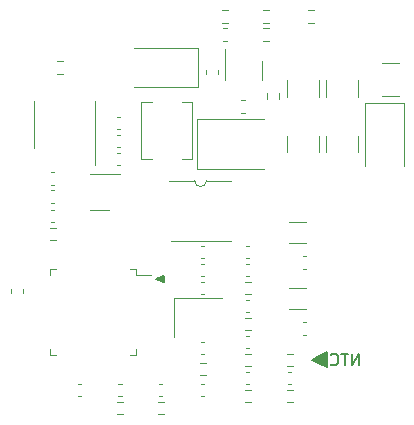
<source format=gbr>
%TF.GenerationSoftware,KiCad,Pcbnew,(6.0.5)*%
%TF.CreationDate,2023-01-06T15:20:20+08:00*%
%TF.ProjectId,Step_Ctrl_V1,53746570-5f43-4747-926c-5f56312e6b69,rev?*%
%TF.SameCoordinates,Original*%
%TF.FileFunction,Legend,Bot*%
%TF.FilePolarity,Positive*%
%FSLAX46Y46*%
G04 Gerber Fmt 4.6, Leading zero omitted, Abs format (unit mm)*
G04 Created by KiCad (PCBNEW (6.0.5)) date 2023-01-06 15:20:20*
%MOMM*%
%LPD*%
G01*
G04 APERTURE LIST*
%ADD10C,0.150000*%
%ADD11C,0.120000*%
G04 APERTURE END LIST*
D10*
G36*
X126619000Y-104902000D02*
G01*
X125984000Y-104648000D01*
X126619000Y-104394000D01*
X126619000Y-104902000D01*
G37*
X126619000Y-104902000D02*
X125984000Y-104648000D01*
X126619000Y-104394000D01*
X126619000Y-104902000D01*
G36*
X140462000Y-112141000D02*
G01*
X139192000Y-111506000D01*
X140462000Y-110871000D01*
X140462000Y-112141000D01*
G37*
X140462000Y-112141000D02*
X139192000Y-111506000D01*
X140462000Y-110871000D01*
X140462000Y-112141000D01*
X143152666Y-111958380D02*
X143152666Y-110958380D01*
X142581238Y-111958380D01*
X142581238Y-110958380D01*
X142247904Y-110958380D02*
X141676476Y-110958380D01*
X141962190Y-111958380D02*
X141962190Y-110958380D01*
X140771714Y-111863142D02*
X140819333Y-111910761D01*
X140962190Y-111958380D01*
X141057428Y-111958380D01*
X141200285Y-111910761D01*
X141295523Y-111815523D01*
X141343142Y-111720285D01*
X141390761Y-111529809D01*
X141390761Y-111386952D01*
X141343142Y-111196476D01*
X141295523Y-111101238D01*
X141200285Y-111006000D01*
X141057428Y-110958380D01*
X140962190Y-110958380D01*
X140819333Y-111006000D01*
X140771714Y-111053619D01*
D11*
%TO.C,TH1*%
X137541724Y-112028500D02*
X137032276Y-112028500D01*
X137541724Y-110983500D02*
X137032276Y-110983500D01*
%TO.C,R17*%
X137032276Y-114031500D02*
X137541724Y-114031500D01*
X137032276Y-115076500D02*
X137541724Y-115076500D01*
%TO.C,C31*%
X137140733Y-112520000D02*
X137433267Y-112520000D01*
X137140733Y-113540000D02*
X137433267Y-113540000D01*
%TO.C,U1*%
X121158000Y-98842000D02*
X121958000Y-98842000D01*
X121158000Y-95722000D02*
X122958000Y-95722000D01*
X121158000Y-95722000D02*
X120358000Y-95722000D01*
X121158000Y-98842000D02*
X120358000Y-98842000D01*
%TO.C,U2*%
X134910000Y-86995000D02*
X134910000Y-86195000D01*
X131790000Y-86995000D02*
X131790000Y-87795000D01*
X134910000Y-86995000D02*
X134910000Y-87795000D01*
X131790000Y-86995000D02*
X131790000Y-85195000D01*
%TO.C,Y1*%
X127540000Y-106300000D02*
X131540000Y-106300000D01*
X127540000Y-109600000D02*
X127540000Y-106300000D01*
%TO.C,U5*%
X120797000Y-91567000D02*
X120797000Y-89617000D01*
X115677000Y-91567000D02*
X115677000Y-89617000D01*
X120797000Y-91567000D02*
X120797000Y-95017000D01*
X115677000Y-91567000D02*
X115677000Y-93517000D01*
%TO.C,U4*%
X129235200Y-96316800D02*
G75*
G03*
X130251200Y-96316800I508000J0D01*
G01*
X132283200Y-96316800D02*
X130251200Y-96316800D01*
X129235200Y-96316800D02*
X127076200Y-96316800D01*
X132283200Y-101396800D02*
X127203200Y-101396800D01*
%TO.C,U3*%
X117040000Y-103832000D02*
X117040000Y-104282000D01*
X124260000Y-104282000D02*
X125550000Y-104282000D01*
X123810000Y-111052000D02*
X124260000Y-111052000D01*
X123810000Y-103832000D02*
X124260000Y-103832000D01*
X117040000Y-111052000D02*
X117040000Y-110602000D01*
X117490000Y-111052000D02*
X117040000Y-111052000D01*
X124260000Y-103832000D02*
X124260000Y-104282000D01*
X124260000Y-111052000D02*
X124260000Y-110602000D01*
X117490000Y-103832000D02*
X117040000Y-103832000D01*
%TO.C,R18*%
X123190724Y-116092500D02*
X122681276Y-116092500D01*
X123190724Y-115047500D02*
X122681276Y-115047500D01*
%TO.C,R16*%
X126619724Y-116092500D02*
X126110276Y-116092500D01*
X126619724Y-115047500D02*
X126110276Y-115047500D01*
%TO.C,R15*%
X138649064Y-105389000D02*
X137194936Y-105389000D01*
X138649064Y-107209000D02*
X137194936Y-107209000D01*
%TO.C,R14*%
X138649064Y-99801000D02*
X137194936Y-99801000D01*
X138649064Y-101621000D02*
X137194936Y-101621000D01*
%TO.C,R13*%
X133476276Y-110983500D02*
X133985724Y-110983500D01*
X133476276Y-112028500D02*
X133985724Y-112028500D01*
%TO.C,R12*%
X133476276Y-104887500D02*
X133985724Y-104887500D01*
X133476276Y-105932500D02*
X133985724Y-105932500D01*
%TO.C,R10*%
X133985724Y-115076500D02*
X133476276Y-115076500D01*
X133985724Y-114031500D02*
X133476276Y-114031500D01*
%TO.C,R9*%
X133985724Y-108980500D02*
X133476276Y-108980500D01*
X133985724Y-107935500D02*
X133476276Y-107935500D01*
%TO.C,R8*%
X118110724Y-86218500D02*
X117601276Y-86218500D01*
X118110724Y-87263500D02*
X117601276Y-87263500D01*
%TO.C,R7*%
X135000276Y-83424500D02*
X135509724Y-83424500D01*
X135000276Y-84469500D02*
X135509724Y-84469500D01*
%TO.C,R6*%
X131571276Y-81900500D02*
X132080724Y-81900500D01*
X131571276Y-82945500D02*
X132080724Y-82945500D01*
%TO.C,R5*%
X136412500Y-89408724D02*
X136412500Y-88899276D01*
X135367500Y-89408724D02*
X135367500Y-88899276D01*
%TO.C,R4*%
X117475724Y-101360500D02*
X116966276Y-101360500D01*
X117475724Y-100315500D02*
X116966276Y-100315500D01*
%TO.C,R3*%
X130175724Y-112790500D02*
X129666276Y-112790500D01*
X130175724Y-111745500D02*
X129666276Y-111745500D01*
%TO.C,R2*%
X139319724Y-82945500D02*
X138810276Y-82945500D01*
X139319724Y-81900500D02*
X138810276Y-81900500D01*
%TO.C,R1*%
X135000276Y-81900500D02*
X135509724Y-81900500D01*
X135000276Y-82945500D02*
X135509724Y-82945500D01*
%TO.C,L1*%
X125603000Y-89662000D02*
X124714000Y-89662000D01*
X124714000Y-94488000D02*
X125603000Y-94488000D01*
X129032000Y-89662000D02*
X128143000Y-89662000D01*
X128143000Y-94488000D02*
X129032000Y-94488000D01*
X124714000Y-89662000D02*
X124714000Y-94488000D01*
X129032000Y-94488000D02*
X129032000Y-89662000D01*
%TO.C,D5*%
X129511000Y-85091000D02*
X129511000Y-88391000D01*
X129511000Y-88391000D02*
X124111000Y-88391000D01*
X129511000Y-85091000D02*
X124111000Y-85091000D01*
%TO.C,D4*%
X129419000Y-91068000D02*
X135119000Y-91068000D01*
X129419000Y-95368000D02*
X129419000Y-91068000D01*
X129419000Y-95368000D02*
X135119000Y-95368000D01*
%TO.C,D1*%
X143638000Y-89716400D02*
X146938000Y-89716400D01*
X146938000Y-89716400D02*
X146938000Y-95116400D01*
X143638000Y-89716400D02*
X143638000Y-95116400D01*
%TO.C,C30*%
X123082267Y-114556000D02*
X122789733Y-114556000D01*
X123082267Y-113536000D02*
X122789733Y-113536000D01*
%TO.C,C29*%
X138703267Y-109349000D02*
X138410733Y-109349000D01*
X138703267Y-108329000D02*
X138410733Y-108329000D01*
%TO.C,C28*%
X138703267Y-103761000D02*
X138410733Y-103761000D01*
X138703267Y-102741000D02*
X138410733Y-102741000D01*
%TO.C,C27*%
X133877267Y-102872000D02*
X133584733Y-102872000D01*
X133877267Y-101852000D02*
X133584733Y-101852000D01*
%TO.C,C26*%
X133584733Y-109472000D02*
X133877267Y-109472000D01*
X133584733Y-110492000D02*
X133877267Y-110492000D01*
%TO.C,C25*%
X133584733Y-103376000D02*
X133877267Y-103376000D01*
X133584733Y-104396000D02*
X133877267Y-104396000D01*
%TO.C,C24*%
X133877267Y-113540000D02*
X133584733Y-113540000D01*
X133877267Y-112520000D02*
X133584733Y-112520000D01*
%TO.C,C23*%
X133877267Y-107444000D02*
X133584733Y-107444000D01*
X133877267Y-106424000D02*
X133584733Y-106424000D01*
%TO.C,C22*%
X114683000Y-105517733D02*
X114683000Y-105810267D01*
X113663000Y-105517733D02*
X113663000Y-105810267D01*
%TO.C,C21*%
X143092000Y-89230252D02*
X143092000Y-87807748D01*
X140372000Y-89230252D02*
X140372000Y-87807748D01*
%TO.C,C20*%
X129774733Y-103376000D02*
X130067267Y-103376000D01*
X129774733Y-104396000D02*
X130067267Y-104396000D01*
%TO.C,C19*%
X129774733Y-104900000D02*
X130067267Y-104900000D01*
X129774733Y-105920000D02*
X130067267Y-105920000D01*
%TO.C,C18*%
X129774733Y-109980000D02*
X130067267Y-109980000D01*
X129774733Y-111000000D02*
X130067267Y-111000000D01*
%TO.C,C17*%
X139790000Y-89230252D02*
X139790000Y-87807748D01*
X137070000Y-89230252D02*
X137070000Y-87807748D01*
%TO.C,C16*%
X126511267Y-114556000D02*
X126218733Y-114556000D01*
X126511267Y-113536000D02*
X126218733Y-113536000D01*
%TO.C,C15*%
X122955267Y-92454000D02*
X122662733Y-92454000D01*
X122955267Y-93474000D02*
X122662733Y-93474000D01*
%TO.C,C14*%
X129774733Y-102872000D02*
X130067267Y-102872000D01*
X129774733Y-101852000D02*
X130067267Y-101852000D01*
%TO.C,C13*%
X143092000Y-92506748D02*
X143092000Y-93929252D01*
X140372000Y-92506748D02*
X140372000Y-93929252D01*
%TO.C,C12*%
X122955267Y-90930000D02*
X122662733Y-90930000D01*
X122955267Y-91950000D02*
X122662733Y-91950000D01*
%TO.C,C11*%
X119360733Y-113536000D02*
X119653267Y-113536000D01*
X119360733Y-114556000D02*
X119653267Y-114556000D01*
%TO.C,C10*%
X131972267Y-84457000D02*
X131679733Y-84457000D01*
X131972267Y-83437000D02*
X131679733Y-83437000D01*
%TO.C,C9*%
X139790000Y-92506748D02*
X139790000Y-93929252D01*
X137070000Y-92506748D02*
X137070000Y-93929252D01*
%TO.C,C8*%
X145084748Y-86397000D02*
X146507252Y-86397000D01*
X145084748Y-89117000D02*
X146507252Y-89117000D01*
%TO.C,C7*%
X131193000Y-86975733D02*
X131193000Y-87268267D01*
X130173000Y-86975733D02*
X130173000Y-87268267D01*
%TO.C,C6*%
X117367267Y-97153000D02*
X117074733Y-97153000D01*
X117367267Y-98173000D02*
X117074733Y-98173000D01*
%TO.C,C5*%
X117367267Y-95629000D02*
X117074733Y-95629000D01*
X117367267Y-96649000D02*
X117074733Y-96649000D01*
%TO.C,C4*%
X117367267Y-98804000D02*
X117074733Y-98804000D01*
X117367267Y-99824000D02*
X117074733Y-99824000D01*
%TO.C,C3*%
X133496267Y-89533000D02*
X133203733Y-89533000D01*
X133496267Y-90553000D02*
X133203733Y-90553000D01*
%TO.C,C2*%
X129774733Y-113536000D02*
X130067267Y-113536000D01*
X129774733Y-114556000D02*
X130067267Y-114556000D01*
%TO.C,C1*%
X122955267Y-93978000D02*
X122662733Y-93978000D01*
X122955267Y-94998000D02*
X122662733Y-94998000D01*
%TD*%
M02*

</source>
